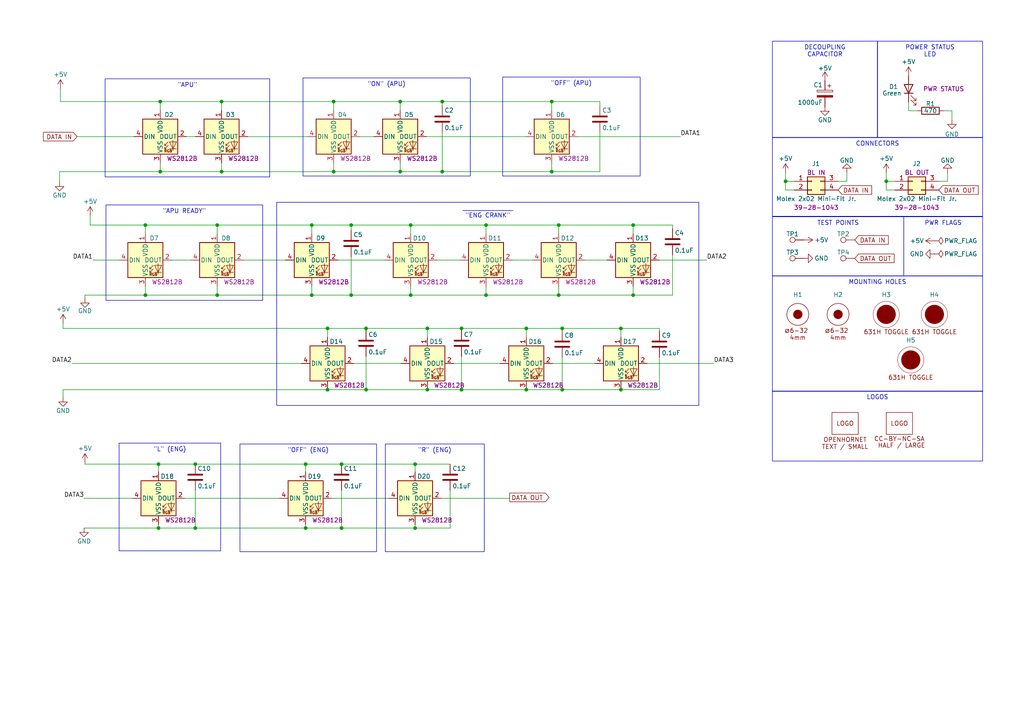
<source format=kicad_sch>
(kicad_sch (version 20230121) (generator eeschema)
  (paper "A4")
  (title_block (title "APU PANEL") (date "2023-04-12") (rev "4") (company "www.openhornet.com") (comment 1 "License:  CC BY-NC-SA") (comment 2 "Backlighting - Type A"))
  (lib_symbols
    (symbol "OH_Symbols:Capacitor_0603_0.1uF" (pin_numbers hide) (pin_names (offset 0.254))
      (property "Reference" "C" (at 0.635 2.54 0))
      (property "Value" "0.1uF" (at 0.635 -2.54 0))
      (symbol "Capacitor_0603_0.1uF_0_1"
        (polyline (pts (xy -2.032 -0.762) (xy 2.032 -0.762)) (stroke (width 0.508)))
        (polyline (pts (xy -2.032 0.762) (xy 2.032 0.762)) (stroke (width 0.508)))
      )
      (symbol "Capacitor_0603_0.1uF_1_1"
        (pin passive line (at 0 3.81 270) (length 2.794) (name "~") (number "1"))
        (pin passive line (at 0 -3.81 90) (length 2.794) (name "~") (number "2"))
      )
    )
    (symbol "OH_Symbols:Capacitor_Polarized_8x10_1000uF" (pin_numbers hide) (pin_names (offset 0.254))
      (property "Reference" "C" (at 0.635 2.54 0))
      (property "Value" "1000uF" (at 0.635 -2.54 0))
      (symbol "Capacitor_Polarized_8x10_1000uF_0_1"
        (rectangle (start -2.286 0.508) (end 2.286 1.016))
        (polyline (pts (xy -1.778 2.286) (xy -0.762 2.286)))
        (polyline (pts (xy -1.27 2.794) (xy -1.27 1.778)))
        (rectangle (start 2.286 -0.508) (end -2.286 -1.016) (fill (type outline)))
      )
      (symbol "Capacitor_Polarized_8x10_1000uF_1_1"
        (pin passive line (at 0 3.81 270) (length 2.794) (name "~") (number "1"))
        (pin passive line (at 0 -3.81 90) (length 2.794) (name "~") (number "2"))
      )
    )
    (symbol "OH_Symbols:LED_3.0mm_Green" (pin_numbers hide) (pin_names (offset 1.016) hide)
      (property "Reference" "D1" (at -4.445 -0.635 0))
      (property "Value" "Green" (at -6.35 -2.54 0))
      (property "Silkscreen" "PWR STATUS" (at 11.43 -1.27 0))
      (symbol "LED_3.0mm_Green_0_1"
        (polyline (pts (xy 1.27 0) (xy 1.27 -2.54)))
        (polyline (pts (xy 2.54 -2.54) (xy 0 -2.54)) (stroke (width 0.254)))
        (polyline (pts (xy 2.54 0) (xy 0 0) (xy 1.27 -2.54) (xy 2.54 0)) (stroke (width 0.254)))
        (polyline (pts (xy 1.905 -4.445) (xy 3.429 -5.969) (xy 3.429 -5.207) (xy 3.429 -5.969) (xy 2.667 -5.969)))
        (polyline (pts (xy 1.905 -3.175) (xy 3.429 -4.699) (xy 3.429 -3.937) (xy 3.429 -4.699) (xy 2.667 -4.699)))
      )
      (symbol "LED_3.0mm_Green_1_1"
        (pin passive line (at 1.27 -5.08 90) (length 2.54) (name "K") (number "1"))
        (pin passive line (at 1.27 2.54 270) (length 2.54) (name "A") (number "2"))
      )
    )
    (symbol "OH_Symbols:LOGO_License_Half_Large" (pin_numbers hide) (pin_names (offset 0) hide)
      (symbol "LOGO_License_Half_Large_0_0"
        (text "CC-BY-NC-SA" (at 0 3.81 0) (effects (font (size 1.27 1.27))))
      )
      (symbol "LOGO_License_Half_Large_0_1"
        (rectangle (start 3.81 5.08) (end -3.81 11.43))
      )
      (symbol "LOGO_License_Half_Large_1_0"
        (text "HALF / LARGE\n" (at 0.635 1.905 0) (effects (font (size 1.27 1.27))))
      )
      (symbol "LOGO_License_Half_Large_1_1"
        (text "LOGO" (at 0 8.255 0) (effects (font (size 1.27 1.27))))
      )
    )
    (symbol "OH_Symbols:LOGO_OpenHornet_Text_Small" (pin_numbers hide) (pin_names (offset 0) hide) (in_bom no)
      (symbol "LOGO_OpenHornet_Text_Small_0_1"
        (rectangle (start 3.81 5.08) (end -3.81 11.43))
      )
      (symbol "LOGO_OpenHornet_Text_Small_1_0"
        (text "LOGO" (at 0 8.255 0) (effects (font (size 1.27 1.27))))
        (text "OPENHORNET\nTEXT / SMALL" (at 0 2.54 0) (effects (font (size 1.27 1.27))))
      )
    )
    (symbol "OH_Symbols:Molex_2x02_Mini-Fit_Jr." (pin_names (offset 1.016) hide)
      (property "Reference" "J2" (at 0 5.08 0))
      (property "Value" "Molex 2x02 Mini-Fit Jr." (at 1.27 -5.08 0))
      (property "Manufacturer PN" "39-28-1043" (at 1.27 -7.62 0))
      (property "Silkscreen" "BL OUT" (at 1.27 2.54 0))
      (symbol "Molex_2x02_Mini-Fit_Jr._1_1"
        (rectangle (start -1.27 -2.413) (end 0 -2.667) (stroke (width 0.1524)))
        (rectangle (start -1.27 0.127) (end 0 -0.127) (stroke (width 0.1524)))
        (rectangle (start -1.27 1.27) (end 3.81 -3.81) (stroke (width 0.254)) (fill (type background)))
        (rectangle (start 3.81 -2.413) (end 2.54 -2.667) (stroke (width 0.1524)))
        (rectangle (start 3.81 0.127) (end 2.54 -0.127) (stroke (width 0.1524)))
        (pin passive line (at -5.08 0 0) (length 3.81) (name "Pin_1") (number "1"))
        (pin passive line (at -5.08 -2.54 0) (length 3.81) (name "Pin_3") (number "2"))
        (pin passive line (at 7.62 0 180) (length 3.81) (name "Pin_2") (number "3"))
        (pin passive line (at 7.62 -2.54 180) (length 3.81) (name "Pin_4") (number "4"))
      )
    )
    (symbol "OH_Symbols:MountingHole_631H_Toggle" (pin_names (offset 1.016))
      (property "Reference" "H" (at 0 5.715 0))
      (symbol "MountingHole_631H_Toggle_1_1"
        (circle (center 0 0) (radius 2.6941) (fill (type outline)))
        (circle (center 0 0) (radius 3.81) (stroke (width 0.1)))
        (text "631H TOGGLE" (at 0 -5.08 0) (effects (font (size 1.27 1.27))))
      )
    )
    (symbol "OH_Symbols:MountingHole_6x32_PHS" (pin_numbers hide) (pin_names (offset 0) hide)
      (property "Reference" "H" (at 0 5.715 0))
      (symbol "MountingHole_6x32_PHS_0_0"
        (circle (center 0 0) (radius 1.27) (fill (type outline)))
        (circle (center 0 0) (radius 3.175))
      )
      (symbol "MountingHole_6x32_PHS_1_1"
        (text "⌀6-32 \n4mm" (at 0 -5.715 0) (effects (font (size 1.27 1.27))))
      )
    )
    (symbol "OH_Symbols:Resistor_0603_470Ω" (pin_numbers hide) (pin_names (offset 0))
      (property "Reference" "R" (at 0 -2.032 0))
      (property "Value" "470" (at 0 0 0))
      (symbol "Resistor_0603_470Ω_0_1"
        (rectangle (start -2.54 1.016) (end 2.54 -1.016) (stroke (width 0.254)))
      )
      (symbol "Resistor_0603_470Ω_1_1"
        (pin passive line (at 3.81 0 180) (length 1.27) (name "~") (number "1"))
        (pin passive line (at -3.81 0 0) (length 1.27) (name "~") (number "2"))
      )
    )
    (symbol "OH_Symbols:TestPoint" (pin_numbers hide) (pin_names (offset 0.762) hide)
      (property "Reference" "TP" (at 0 6.858 0))
      (property "Value" "TestPoint" (at 0 5.08 0))
      (symbol "TestPoint_0_1"
        (circle (center 0 3.302) (radius 0.762))
      )
      (symbol "TestPoint_1_1"
        (pin passive line (at 0 0 90) (length 2.54) (name "1") (number "1"))
      )
    )
    (symbol "OH_Symbols:WS2812B" (pin_names (offset 0.254))
      (property "Reference" "D" (at 2.54 6.35 0))
      (property "Manufacturer PN" "WS2812B" (at 6.35 -6.35 0))
      (symbol "WS2812B_0_0"
        (text "RGB" (at 2.286 -4.191 0) (effects (font (size 0.762 0.762))))
      )
      (symbol "WS2812B_0_1"
        (polyline (pts (xy 1.27 -3.556) (xy 1.778 -3.556)))
        (polyline (pts (xy 1.27 -2.54) (xy 1.778 -2.54)))
        (polyline (pts (xy 4.699 -3.556) (xy 2.667 -3.556)))
        (polyline (pts (xy 2.286 -2.54) (xy 1.27 -3.556) (xy 1.27 -3.048)))
        (polyline (pts (xy 2.286 -1.524) (xy 1.27 -2.54) (xy 1.27 -2.032)))
        (polyline (pts (xy 3.683 -1.016) (xy 3.683 -3.556) (xy 3.683 -4.064)))
        (polyline (pts (xy 4.699 -1.524) (xy 2.667 -1.524) (xy 3.683 -3.556) (xy 4.699 -1.524)))
        (rectangle (start 5.08 5.08) (end -5.08 -5.08) (stroke (width 0.254)) (fill (type background)))
      )
      (symbol "WS2812B_1_1"
        (pin power_in line (at 0 7.62 270) (length 2.54) (name "VDD") (number "1"))
        (pin output line (at 7.62 0 180) (length 2.54) (name "DOUT") (number "2"))
        (pin power_in line (at 0 -7.62 90) (length 2.54) (name "VSS") (number "3"))
        (pin input line (at -7.62 0 0) (length 2.54) (name "DIN") (number "4"))
      )
    )
    (symbol "power:+5V" (power) (pin_names (offset 0))
      (property "Value" "+5V" (at 0 3.556 0))
      (symbol "+5V_0_1"
        (polyline (pts (xy -0.762 1.27) (xy 0 2.54)))
        (polyline (pts (xy 0 0) (xy 0 2.54)))
        (polyline (pts (xy 0 2.54) (xy 0.762 1.27)))
      )
      (symbol "+5V_1_1"
        (pin power_in line (at 0 0 90) (length 0) hide (name "+5V") (number "1"))
      )
    )
    (symbol "power:GND" (power) (pin_names (offset 0))
      (property "Value" "GND" (at 0 -3.81 0))
      (symbol "GND_0_1"
        (polyline (pts (xy 0 0) (xy 0 -1.27) (xy 1.27 -1.27) (xy 0 -2.54) (xy -1.27 -1.27) (xy 0 -1.27)))
      )
      (symbol "GND_1_1"
        (pin power_in line (at 0 0 270) (length 0) hide (name "GND") (number "1"))
      )
    )
    (symbol "power:PWR_FLAG" (power) (pin_numbers hide) (pin_names (offset 0) hide)
      (property "Value" "PWR_FLAG" (at 0 3.81 0))
      (symbol "PWR_FLAG_0_0"
        (pin power_out line (at 0 0 90) (length 0) (name "pwr") (number "1"))
      )
      (symbol "PWR_FLAG_0_1"
        (polyline (pts (xy 0 0) (xy 0 1.27) (xy -1.016 1.905) (xy 0 2.54) (xy 1.016 1.905) (xy 0 1.27)))
      )
    )
  )
  (junction (at 120.396 134.62))
  (junction (at 62.992 85.598))
  (junction (at 62.992 65.278))
  (junction (at 46.482 49.784))
  (junction (at 152.654 113.03))
  (junction (at 96.774 49.784))
  (junction (at 94.996 113.03))
  (junction (at 180.086 95.25))
  (junction (at 183.642 85.598))
  (junction (at 128.27 49.784))
  (junction (at 227.838 52.578))
  (junction (at 64.262 49.784))
  (junction (at 96.774 29.464))
  (junction (at 119.126 85.598))
  (junction (at 160.02 29.464))
  (junction (at 42.164 85.598))
  (junction (at 133.858 113.03))
  (junction (at 56.642 153.162))
  (junction (at 152.654 95.25))
  (junction (at 56.642 134.62))
  (junction (at 64.262 29.464))
  (junction (at 90.424 85.598))
  (junction (at 88.646 134.62))
  (junction (at 120.396 153.162))
  (junction (at 160.02 49.784))
  (junction (at 133.858 95.25))
  (junction (at 257.048 52.578))
  (junction (at 106.172 95.25))
  (junction (at 116.078 49.784))
  (junction (at 42.164 65.278))
  (junction (at 128.27 29.464))
  (junction (at 106.172 113.03))
  (junction (at 101.854 85.598))
  (junction (at 163.068 113.03))
  (junction (at 116.078 29.464))
  (junction (at 88.646 153.162))
  (junction (at 163.068 95.25))
  (junction (at 99.06 134.62))
  (junction (at 180.086 113.03))
  (junction (at 162.052 85.598))
  (junction (at 162.052 65.278))
  (junction (at 101.854 65.278))
  (junction (at 99.06 153.162))
  (junction (at 119.126 65.278))
  (junction (at 140.97 65.278))
  (junction (at 90.424 65.278))
  (junction (at 123.952 113.03))
  (junction (at 45.974 134.62))
  (junction (at 94.996 95.25))
  (junction (at 123.952 95.25))
  (junction (at 140.97 85.598))
  (junction (at 46.482 29.464))
  (junction (at 45.974 153.162))
  (junction (at 183.642 65.278))
  (wire (pts (xy 180.086 95.25) (xy 180.086 97.79)))
  (wire (pts (xy 259.588 55.118) (xy 257.048 55.118)))
  (wire (pts (xy 120.396 134.62) (xy 120.396 136.906)))
  (wire (pts (xy 133.858 113.03) (xy 152.654 113.03)))
  (wire (pts (xy 101.854 74.422) (xy 101.854 85.598)))
  (wire (pts (xy 131.572 105.41) (xy 145.034 105.41)))
  (wire (pts (xy 88.646 134.62) (xy 99.06 134.62)))
  (wire (pts (xy 24.384 153.162) (xy 45.974 153.162)))
  (wire (pts (xy 162.052 85.598) (xy 162.052 83.058)))
  (wire (pts (xy 45.974 152.146) (xy 45.974 153.162)))
  (wire (pts (xy 62.992 85.598) (xy 90.424 85.598)))
  (wire (pts (xy 17.272 52.832) (xy 17.272 49.784)))
  (wire (pts (xy 152.654 95.25) (xy 163.068 95.25)))
  (wire (pts (xy 148.59 75.438) (xy 154.432 75.438)))
  (wire (pts (xy 17.526 29.464) (xy 46.482 29.464)))
  (wire (pts (xy 119.126 65.278) (xy 140.97 65.278)))
  (wire (pts (xy 20.828 105.41) (xy 87.376 105.41)))
  (wire (pts (xy 191.262 96.012) (xy 191.262 95.25)))
  (wire (pts (xy 128.27 29.464) (xy 160.02 29.464)))
  (wire (pts (xy 152.654 95.25) (xy 152.654 97.79)))
  (wire (pts (xy 123.952 113.03) (xy 133.858 113.03)))
  (wire (pts (xy 42.164 65.278) (xy 42.164 67.818)))
  (wire (pts (xy 88.646 134.62) (xy 88.646 136.906)))
  (wire (pts (xy 96.774 49.784) (xy 96.774 47.244)))
  (wire (pts (xy 64.262 49.784) (xy 96.774 49.784)))
  (wire (pts (xy 227.838 50.038) (xy 227.838 52.578)))
  (wire (pts (xy 54.102 39.624) (xy 56.642 39.624)))
  (wire (pts (xy 64.262 29.464) (xy 64.262 32.004)))
  (wire (pts (xy 116.078 29.464) (xy 128.27 29.464)))
  (wire (pts (xy 167.64 39.624) (xy 197.358 39.624)))
  (wire (pts (xy 46.482 49.784) (xy 64.262 49.784)))
  (wire (pts (xy 160.02 29.464) (xy 160.02 32.004)))
  (wire (pts (xy 274.828 52.578) (xy 272.288 52.578)))
  (wire (pts (xy 49.784 75.438) (xy 55.372 75.438)))
  (wire (pts (xy 24.638 86.614) (xy 24.638 85.598)))
  (wire (pts (xy 120.396 153.162) (xy 99.06 153.162)))
  (wire (pts (xy 90.424 85.598) (xy 101.854 85.598)))
  (wire (pts (xy 130.556 153.162) (xy 120.396 153.162)))
  (wire (pts (xy 88.646 152.146) (xy 88.646 153.162)))
  (wire (pts (xy 119.126 65.278) (xy 119.126 67.818)))
  (wire (pts (xy 257.048 52.578) (xy 257.048 55.118)))
  (wire (pts (xy 116.078 49.784) (xy 116.078 47.244)))
  (wire (pts (xy 96.774 49.784) (xy 116.078 49.784)))
  (wire (pts (xy 183.642 67.818) (xy 183.642 65.278)))
  (wire (pts (xy 24.638 85.598) (xy 42.164 85.598)))
  (wire (pts (xy 71.882 39.624) (xy 89.154 39.624)))
  (wire (pts (xy 130.556 142.24) (xy 130.556 153.162)))
  (wire (pts (xy 274.828 50.038) (xy 274.828 52.578)))
  (wire (pts (xy 101.854 85.598) (xy 119.126 85.598)))
  (wire (pts (xy 96.774 29.464) (xy 116.078 29.464)))
  (wire (pts (xy 160.02 49.784) (xy 173.99 49.784)))
  (wire (pts (xy 133.858 95.25) (xy 152.654 95.25)))
  (wire (pts (xy 276.098 34.798) (xy 276.098 32.131)))
  (wire (pts (xy 163.068 95.25) (xy 180.086 95.25)))
  (wire (pts (xy 195.072 85.598) (xy 183.642 85.598)))
  (wire (pts (xy 140.97 65.278) (xy 162.052 65.278)))
  (wire (pts (xy 18.288 113.03) (xy 94.996 113.03)))
  (wire (pts (xy 160.02 29.464) (xy 173.99 29.464)))
  (wire (pts (xy 53.594 144.526) (xy 81.026 144.526)))
  (wire (pts (xy 119.126 85.598) (xy 119.126 83.058)))
  (wire (pts (xy 56.642 134.62) (xy 88.646 134.62)))
  (wire (pts (xy 257.048 50.038) (xy 257.048 52.578)))
  (wire (pts (xy 22.352 39.624) (xy 38.862 39.624)))
  (wire (pts (xy 152.654 113.03) (xy 163.068 113.03)))
  (wire (pts (xy 128.27 30.734) (xy 128.27 29.464)))
  (wire (pts (xy 42.164 85.598) (xy 62.992 85.598)))
  (wire (pts (xy 88.646 153.162) (xy 56.642 153.162)))
  (wire (pts (xy 128.27 38.354) (xy 128.27 49.784)))
  (wire (pts (xy 90.424 65.278) (xy 90.424 67.818)))
  (wire (pts (xy 128.27 49.784) (xy 160.02 49.784)))
  (wire (pts (xy 42.164 83.058) (xy 42.164 85.598)))
  (wire (pts (xy 245.618 50.038) (xy 245.618 52.578)))
  (wire (pts (xy 106.172 95.25) (xy 106.172 95.758)))
  (wire (pts (xy 18.288 93.726) (xy 18.288 95.25)))
  (wire (pts (xy 126.746 75.438) (xy 133.35 75.438)))
  (wire (pts (xy 112.776 144.526) (xy 96.266 144.526)))
  (wire (pts (xy 106.172 103.378) (xy 106.172 113.03)))
  (wire (pts (xy 17.526 25.654) (xy 17.526 29.464)))
  (wire (pts (xy 26.162 65.278) (xy 42.164 65.278)))
  (wire (pts (xy 169.672 75.438) (xy 176.022 75.438)))
  (wire (pts (xy 18.288 115.316) (xy 18.288 113.03)))
  (wire (pts (xy 162.052 65.278) (xy 183.642 65.278)))
  (wire (pts (xy 257.048 52.578) (xy 259.588 52.578)))
  (wire (pts (xy 106.172 95.25) (xy 123.952 95.25)))
  (wire (pts (xy 98.044 75.438) (xy 111.506 75.438)))
  (wire (pts (xy 62.992 65.278) (xy 62.992 67.818)))
  (wire (pts (xy 101.854 65.278) (xy 101.854 66.802)))
  (wire (pts (xy 133.858 103.378) (xy 133.858 113.03)))
  (wire (pts (xy 94.996 95.25) (xy 94.996 97.79)))
  (wire (pts (xy 102.616 105.41) (xy 116.332 105.41)))
  (wire (pts (xy 195.072 73.914) (xy 195.072 85.598)))
  (wire (pts (xy 26.162 62.484) (xy 26.162 65.278)))
  (wire (pts (xy 183.642 83.058) (xy 183.642 85.598)))
  (wire (pts (xy 243.078 52.578) (xy 245.618 52.578)))
  (wire (pts (xy 99.06 142.24) (xy 99.06 153.162)))
  (wire (pts (xy 187.706 105.41) (xy 207.01 105.41)))
  (wire (pts (xy 99.06 134.62) (xy 120.396 134.62)))
  (wire (pts (xy 96.774 29.464) (xy 96.774 32.004)))
  (wire (pts (xy 230.378 55.118) (xy 227.838 55.118)))
  (wire (pts (xy 160.274 105.41) (xy 172.466 105.41)))
  (wire (pts (xy 227.838 52.578) (xy 230.378 52.578)))
  (wire (pts (xy 70.612 75.438) (xy 82.804 75.438)))
  (wire (pts (xy 183.642 65.278) (xy 195.072 65.278)))
  (wire (pts (xy 106.172 113.03) (xy 123.952 113.03)))
  (wire (pts (xy 266.065 32.131) (xy 263.525 32.131)))
  (wire (pts (xy 163.068 113.03) (xy 180.086 113.03)))
  (wire (pts (xy 273.685 32.131) (xy 276.098 32.131)))
  (wire (pts (xy 147.828 144.526) (xy 147.828 144.272)))
  (wire (pts (xy 191.262 95.25) (xy 180.086 95.25)))
  (wire (pts (xy 263.525 29.591) (xy 263.525 32.131)))
  (wire (pts (xy 120.396 134.62) (xy 130.556 134.62)))
  (wire (pts (xy 94.996 95.25) (xy 106.172 95.25)))
  (wire (pts (xy 56.642 142.24) (xy 56.642 153.162)))
  (wire (pts (xy 123.952 95.25) (xy 133.858 95.25)))
  (wire (pts (xy 62.992 85.598) (xy 62.992 83.058)))
  (wire (pts (xy 195.072 66.294) (xy 195.072 65.278)))
  (wire (pts (xy 123.698 39.624) (xy 152.4 39.624)))
  (wire (pts (xy 227.838 52.578) (xy 227.838 55.118)))
  (wire (pts (xy 17.272 49.784) (xy 46.482 49.784)))
  (wire (pts (xy 116.078 49.784) (xy 128.27 49.784)))
  (wire (pts (xy 26.924 75.438) (xy 34.544 75.438)))
  (wire (pts (xy 42.164 65.278) (xy 62.992 65.278)))
  (wire (pts (xy 119.126 85.598) (xy 140.97 85.598)))
  (wire (pts (xy 163.068 103.632) (xy 163.068 113.03)))
  (wire (pts (xy 45.974 134.62) (xy 56.642 134.62)))
  (wire (pts (xy 116.078 29.464) (xy 116.078 32.004)))
  (wire (pts (xy 140.97 85.598) (xy 162.052 85.598)))
  (wire (pts (xy 46.482 49.784) (xy 46.482 47.244)))
  (wire (pts (xy 123.952 95.25) (xy 123.952 97.79)))
  (wire (pts (xy 140.97 65.278) (xy 140.97 67.818)))
  (wire (pts (xy 120.396 152.146) (xy 120.396 153.162)))
  (wire (pts (xy 64.262 49.784) (xy 64.262 47.244)))
  (wire (pts (xy 45.974 134.62) (xy 45.974 136.906)))
  (wire (pts (xy 163.068 95.25) (xy 163.068 96.012)))
  (wire (pts (xy 162.052 65.278) (xy 162.052 67.818)))
  (wire (pts (xy 24.384 144.526) (xy 38.354 144.526)))
  (wire (pts (xy 101.854 65.278) (xy 119.126 65.278)))
  (wire (pts (xy 56.642 153.162) (xy 45.974 153.162)))
  (wire (pts (xy 173.99 38.354) (xy 173.99 49.784)))
  (wire (pts (xy 104.394 39.624) (xy 108.458 39.624)))
  (wire (pts (xy 46.482 29.464) (xy 64.262 29.464)))
  (wire (pts (xy 133.858 95.25) (xy 133.858 95.758)))
  (wire (pts (xy 99.06 153.162) (xy 88.646 153.162)))
  (wire (pts (xy 191.262 113.03) (xy 180.086 113.03)))
  (wire (pts (xy 128.016 144.526) (xy 147.828 144.526)))
  (wire (pts (xy 24.638 134.62) (xy 45.974 134.62)))
  (wire (pts (xy 18.288 95.25) (xy 94.996 95.25)))
  (wire (pts (xy 90.424 65.278) (xy 101.854 65.278)))
  (wire (pts (xy 24.638 134.62) (xy 24.638 134.112)))
  (wire (pts (xy 160.02 49.784) (xy 160.02 47.244)))
  (wire (pts (xy 191.262 75.438) (xy 204.978 75.438)))
  (wire (pts (xy 94.996 113.03) (xy 106.172 113.03)))
  (wire (pts (xy 140.97 85.598) (xy 140.97 83.058)))
  (wire (pts (xy 191.262 103.632) (xy 191.262 113.03)))
  (wire (pts (xy 62.992 65.278) (xy 90.424 65.278)))
  (wire (pts (xy 46.482 29.464) (xy 46.482 32.004)))
  (wire (pts (xy 183.642 85.598) (xy 162.052 85.598)))
  (wire (pts (xy 90.424 85.598) (xy 90.424 83.058)))
  (wire (pts (xy 64.262 29.464) (xy 96.774 29.464)))
  (wire (pts (xy 173.99 29.464) (xy 173.99 30.734)))
  (text_box "CONNECTORS" (at 224.028 39.878 0) (size 60.96 22.86) (effects (font (size 1.27 1.27)) (justify top)))
  (text_box "\"OFF\" (APU)\n" (at 145.796 22.352 0) (size 39.878 28.702) (effects (font (size 1.27 1.27)) (justify top)))
  (text_box "\"R\" (ENG)" (at 111.76 128.778 0) (size 28.702 31.242) (effects (font (size 1.27 1.27)) (justify top)))
  (text_box "LOGOS" (at 224.028 113.411 0) (size 60.96 20.32) (effects (font (size 1.27 1.27)) (justify top)))
  (text_box "\"OFF\" (ENG)" (at 69.596 128.778 0) (size 39.624 31.242) (effects (font (size 1.27 1.27)) (justify top)))
  (text_box "\"L\" (ENG)" (at 34.544 128.524 0) (size 29.464 31.242) (effects (font (size 1.27 1.27)) (justify top)))
  (text_box "\"APU READY\"" (at 30.734 59.436 0) (size 45.466 27.686) (effects (font (size 1.27 1.27)) (justify top)))
  (text_box "POWER STATUS\nLED" (at 254.508 11.938 0) (size 30.48 27.94) (effects (font (size 1.27 1.27)) (justify top)))
  (text_box "DECOUPLING\nCAPACITOR" (at 224.028 11.938 0) (size 30.48 27.94) (effects (font (size 1.27 1.27)) (justify top)))
  (text_box "_______________\n\"ENG CRANK\"" (at 80.264 58.674 0) (size 122.428 58.928) (effects (font (size 1.27 1.27)) (justify top)))
  (text_box "TEST POINTS" (at 224.028 62.865 0) (size 38.1 17.145) (effects (font (size 1.27 1.27)) (justify top)))
  (text_box "\"ON\" (APU)" (at 87.884 22.606 0) (size 48.514 28.448) (effects (font (size 1.27 1.27)) (justify top)))
  (text_box "\"APU\"" (at 30.48 22.86 0) (size 47.752 28.448) (effects (font (size 1.27 1.27)) (justify top)))
  (text_box "MOUNTING HOLES" (at 224.028 80.01 0) (size 60.96 33.528) (effects (font (size 1.27 1.27)) (justify top)))
  (text_box "PWR FLAGS" (at 262.128 62.865 0) (size 22.86 17.145) (effects (font (size 1.27 1.27)) (justify top)))
  (label "DATA3" (at 24.384 144.526 180))
  (label "DATA2" (at 20.828 105.41 180))
  (label "DATA2" (at 204.978 75.438 0))
  (label "DATA3" (at 207.01 105.41 0))
  (label "DATA1" (at 197.358 39.624 0))
  (label "DATA1" (at 26.924 75.438 180))
  (global_label "DATA OUT" (shape output) (at 147.828 144.272 0) (property "Intersheetrefs" "${INTERSHEET_REFS}" (effects hide)))
  (global_label "DATA OUT" (shape input) (at 272.288 55.118 0) (property "Intersheetrefs" "${INTERSHEET_REFS}" (effects hide)))
  (global_label "DATA IN" (shape input) (at 243.078 55.118 0) (property "Intersheetrefs" "${INTERSHEET_REFS}" (effects hide)))
  (global_label "DATA IN" (shape input) (at 247.904 69.596 0) (property "Intersheetrefs" "${INTERSHEET_REFS}" (effects hide)))
  (global_label "DATA IN" (shape input) (at 22.352 39.624 180) (property "Intersheetrefs" "${INTERSHEET_REFS}" (effects hide)))
  (global_label "DATA OUT" (shape input) (at 247.904 74.93 0) (property "Intersheetrefs" "${INTERSHEET_REFS}" (effects hide)))
  (symbol (lib_id "OH_Symbols:Capacitor_0603_0.1uF") (at 163.068 99.822 0) (unit 1)
    (property "Reference" "C8" (at 163.703 97.282 0) (effects (justify left)))
    (property "Value" "0.1uF" (at 163.703 102.362 0) (effects (justify left)))
    (property "Footprint" "OH_Footprints:C_0603_1608Metric" (effects hide))
    (property "Datasheet" "https://datasheet.lcsc.com/szlcsc/YAGEO-CC0603KRX7R9BB104_C14663.pdf" (effects hide))
    (property "LCSC" "C14663" (effects hide))
    (property "Manufacturer PN" "CC0603KRX7R9BB104" (effects hide))
  )
  (symbol (lib_id "OH_Symbols:Capacitor_0603_0.1uF") (at 191.262 99.822 0) (unit 1)
    (property "Reference" "C9" (at 191.897 97.282 0) (effects (justify left)))
    (property "Value" "0.1uF" (at 191.897 102.362 0) (effects (justify left)))
    (property "Footprint" "OH_Footprints:C_0603_1608Metric" (effects hide))
    (property "Datasheet" "https://datasheet.lcsc.com/szlcsc/YAGEO-CC0603KRX7R9BB104_C14663.pdf" (effects hide))
    (property "LCSC" "C14663" (effects hide))
    (property "Manufacturer PN" "CC0603KRX7R9BB104" (effects hide))
  )
  (symbol (lib_id "OH_Symbols:Capacitor_0603_0.1uF") (at 101.854 70.612 0) (unit 1)
    (property "Reference" "C5" (at 102.489 68.072 0) (effects (justify left)))
    (property "Value" "0.1uF" (at 102.489 73.152 0) (effects (justify left)))
    (property "Footprint" "OH_Footprints:C_0603_1608Metric" (effects hide))
    (property "Datasheet" "https://datasheet.lcsc.com/szlcsc/YAGEO-CC0603KRX7R9BB104_C14663.pdf" (effects hide))
    (property "LCSC" "C14663" (effects hide))
    (property "Manufacturer PN" "CC0603KRX7R9BB104" (effects hide))
  )
  (symbol (lib_id "OH_Symbols:Capacitor_0603_0.1uF") (at 195.072 70.104 0) (unit 1)
    (property "Reference" "C4" (at 195.707 67.564 0) (effects (justify left)))
    (property "Value" "0.1uF" (at 195.707 72.644 0) (effects (justify left)))
    (property "Footprint" "OH_Footprints:C_0603_1608Metric" (effects hide))
    (property "Datasheet" "https://datasheet.lcsc.com/szlcsc/YAGEO-CC0603KRX7R9BB104_C14663.pdf" (effects hide))
    (property "LCSC" "C14663" (effects hide))
    (property "Manufacturer PN" "CC0603KRX7R9BB104" (effects hide))
  )
  (symbol (lib_id "OH_Symbols:Capacitor_0603_0.1uF") (at 173.99 34.544 0) (unit 1)
    (property "Reference" "C3" (at 174.625 32.004 0) (effects (justify left)))
    (property "Value" "0.1uF" (at 174.625 37.084 0) (effects (justify left)))
    (property "Footprint" "OH_Footprints:C_0603_1608Metric" (effects hide))
    (property "Datasheet" "https://datasheet.lcsc.com/szlcsc/YAGEO-CC0603KRX7R9BB104_C14663.pdf" (effects hide))
    (property "LCSC" "C14663" (effects hide))
    (property "Manufacturer PN" "CC0603KRX7R9BB104" (effects hide))
  )
  (symbol (lib_id "OH_Symbols:MountingHole_6x32_PHS") (at 231.394 91.186 0) (unit 1)
    (property "Reference" "H1" (at 231.394 85.471 0))
    (property "Value" "6x32 / 4mm" (effects hide))
    (property "Footprint" "OH_Footprints:MountingHole_6-32_PHS" (effects hide))
  )
  (symbol (lib_id "OH_Symbols:WS2812B") (at 62.992 75.438 0) (unit 1)
    (property "Reference" "D8" (at 65.532 69.088 0))
    (property "Value" "RGB" (effects hide))
    (property "Footprint" "OH_Footprints:LED_WS2812B_PLCC4_5.0x5.0mm_P3.2mm" (effects hide))
    (property "Datasheet" "https://datasheet.lcsc.com/lcsc/2006151006_Worldsemi-WS2812B-B-W_C114586.pdf" (effects hide))
    (property "Manufacturer PN" "WS2812B" (at 69.342 81.788 0))
    (property "LCSC" "C2761795" (effects hide))
  )
  (symbol (lib_id "power:+5V") (at 17.526 25.654 0) (unit 1)
    (property "Reference" "#PWR05" (effects hide))
    (property "Value" "+5V" (at 17.526 21.59 0))
  )
  (symbol (lib_id "OH_Symbols:LOGO_OpenHornet_Text_Small") (at 245.11 131.064 0) (unit 1) (in_bom no)
    (property "Reference" "LOGO1" (effects hide))
    (property "Value" "LOGO" (effects hide))
    (property "Footprint" "OH_Footprints:LOGO_OH_Text_Small" (effects hide))
    (property "Datasheet" "https://www.openhornet.com" (effects hide))
  )
  (symbol (lib_id "OH_Symbols:WS2812B") (at 162.052 75.438 0) (unit 1)
    (property "Reference" "D12" (at 164.592 69.088 0))
    (property "Value" "RGB" (effects hide))
    (property "Footprint" "OH_Footprints:LED_WS2812B_PLCC4_5.0x5.0mm_P3.2mm" (effects hide))
    (property "Datasheet" "https://datasheet.lcsc.com/lcsc/2006151006_Worldsemi-WS2812B-B-W_C114586.pdf" (effects hide))
    (property "Manufacturer PN" "WS2812B" (at 168.402 81.788 0))
    (property "LCSC" "C2761795" (effects hide))
  )
  (symbol (lib_id "OH_Symbols:WS2812B") (at 46.482 39.624 0) (unit 1)
    (property "Reference" "D2" (at 49.022 33.274 0))
    (property "Value" "RGB" (effects hide))
    (property "Footprint" "OH_Footprints:LED_WS2812B_PLCC4_5.0x5.0mm_P3.2mm" (effects hide))
    (property "Datasheet" "https://datasheet.lcsc.com/lcsc/2006151006_Worldsemi-WS2812B-B-W_C114586.pdf" (effects hide))
    (property "Manufacturer PN" "WS2812B" (at 52.832 45.974 0))
    (property "LCSC" "C2761795" (effects hide))
  )
  (symbol (lib_id "OH_Symbols:WS2812B") (at 180.086 105.41 0) (unit 1)
    (property "Reference" "D17" (at 182.626 99.06 0))
    (property "Value" "RGB" (effects hide))
    (property "Footprint" "OH_Footprints:LED_WS2812B_PLCC4_5.0x5.0mm_P3.2mm" (effects hide))
    (property "Datasheet" "https://datasheet.lcsc.com/lcsc/2006151006_Worldsemi-WS2812B-B-W_C114586.pdf" (effects hide))
    (property "Manufacturer PN" "WS2812B" (at 186.436 111.76 0))
    (property "LCSC" "C2761795" (effects hide))
  )
  (symbol (lib_id "OH_Symbols:MountingHole_631H_Toggle") (at 257.048 91.186 0) (unit 1)
    (property "Reference" "H3" (at 257.048 85.471 0))
    (property "Value" "MountingHole_631H_Toggle" (effects hide))
    (property "Footprint" "OH_Footprints:631H_Toggle_13mm_x_13mm" (effects hide))
  )
  (symbol (lib_id "OH_Symbols:Capacitor_0603_0.1uF") (at 106.172 99.568 0) (unit 1)
    (property "Reference" "C6" (at 106.807 97.028 0) (effects (justify left)))
    (property "Value" "0.1uF" (at 106.807 102.108 0) (effects (justify left)))
    (property "Footprint" "OH_Footprints:C_0603_1608Metric" (effects hide))
    (property "Datasheet" "https://datasheet.lcsc.com/szlcsc/YAGEO-CC0603KRX7R9BB104_C14663.pdf" (effects hide))
    (property "LCSC" "C14663" (effects hide))
    (property "Manufacturer PN" "CC0603KRX7R9BB104" (effects hide))
  )
  (symbol (lib_id "OH_Symbols:Capacitor_0603_0.1uF") (at 128.27 34.544 0) (unit 1)
    (property "Reference" "C2" (at 128.905 32.004 0) (effects (justify left)))
    (property "Value" "0.1uF" (at 128.905 37.084 0) (effects (justify left)))
    (property "Footprint" "OH_Footprints:C_0603_1608Metric" (effects hide))
    (property "Datasheet" "https://datasheet.lcsc.com/szlcsc/YAGEO-CC0603KRX7R9BB104_C14663.pdf" (effects hide))
    (property "LCSC" "C14663" (effects hide))
    (property "Manufacturer PN" "CC0603KRX7R9BB104" (effects hide))
  )
  (symbol (lib_id "OH_Symbols:WS2812B") (at 160.02 39.624 0) (unit 1)
    (property "Reference" "D6" (at 162.56 33.274 0))
    (property "Value" "RGB" (effects hide))
    (property "Footprint" "OH_Footprints:LED_WS2812B_PLCC4_5.0x5.0mm_P3.2mm" (effects hide))
    (property "Datasheet" "https://datasheet.lcsc.com/lcsc/2006151006_Worldsemi-WS2812B-B-W_C114586.pdf" (effects hide))
    (property "Manufacturer PN" "WS2812B" (at 166.37 45.974 0))
    (property "LCSC" "C2761795" (effects hide))
  )
  (symbol (lib_id "power:GND") (at 18.288 115.316 0) (unit 1)
    (property "Reference" "#PWR018" (effects hide))
    (property "Value" "GND" (at 18.288 119.126 0))
  )
  (symbol (lib_id "power:+5V") (at 271.018 69.85 90) (unit 1)
    (property "Reference" "#PWR011" (effects hide))
    (property "Value" "+5V" (at 265.938 69.85 90))
  )
  (symbol (lib_id "power:GND") (at 24.384 153.162 0) (unit 1)
    (property "Reference" "#PWR020" (effects hide))
    (property "Value" "GND" (at 24.384 156.972 0))
  )
  (symbol (lib_id "OH_Symbols:WS2812B") (at 90.424 75.438 0) (unit 1)
    (property "Reference" "D9" (at 92.964 69.088 0))
    (property "Value" "RGB" (effects hide))
    (property "Footprint" "OH_Footprints:LED_WS2812B_PLCC4_5.0x5.0mm_P3.2mm" (effects hide))
    (property "Datasheet" "https://datasheet.lcsc.com/lcsc/2006151006_Worldsemi-WS2812B-B-W_C114586.pdf" (effects hide))
    (property "Manufacturer PN" "WS2812B" (at 96.774 81.788 0))
    (property "LCSC" "C2761795" (effects hide))
  )
  (symbol (lib_id "OH_Symbols:WS2812B") (at 152.654 105.41 0) (unit 1)
    (property "Reference" "D16" (at 155.194 99.06 0))
    (property "Value" "RGB" (effects hide))
    (property "Footprint" "OH_Footprints:LED_WS2812B_PLCC4_5.0x5.0mm_P3.2mm" (effects hide))
    (property "Datasheet" "https://datasheet.lcsc.com/lcsc/2006151006_Worldsemi-WS2812B-B-W_C114586.pdf" (effects hide))
    (property "Manufacturer PN" "WS2812B" (at 159.004 111.76 0))
    (property "LCSC" "C2761795" (effects hide))
  )
  (symbol (lib_id "power:PWR_FLAG") (at 271.018 73.66 270) (unit 1)
    (property "Reference" "#FLG02" (effects hide))
    (property "Value" "PWR_FLAG" (at 278.638 73.66 90))
  )
  (symbol (lib_id "power:GND") (at 17.272 52.832 0) (unit 1)
    (property "Reference" "#PWR012" (effects hide))
    (property "Value" "GND" (at 17.272 56.642 0))
  )
  (symbol (lib_id "OH_Symbols:MountingHole_631H_Toggle") (at 271.018 91.186 0) (unit 1)
    (property "Reference" "H4" (at 271.018 85.471 0))
    (property "Value" "MountingHole_631H_Toggle" (effects hide))
    (property "Footprint" "OH_Footprints:631H_Toggle_13mm_x_13mm" (effects hide))
  )
  (symbol (lib_id "OH_Symbols:WS2812B") (at 45.974 144.526 0) (unit 1)
    (property "Reference" "D18" (at 48.514 138.176 0))
    (property "Value" "RGB" (effects hide))
    (property "Footprint" "OH_Footprints:LED_WS2812B_PLCC4_5.0x5.0mm_P3.2mm" (effects hide))
    (property "Datasheet" "https://datasheet.lcsc.com/lcsc/2006151006_Worldsemi-WS2812B-B-W_C114586.pdf" (effects hide))
    (property "Manufacturer PN" "WS2812B" (at 52.324 150.876 0))
    (property "LCSC" "C2761795" (effects hide))
  )
  (symbol (lib_id "OH_Symbols:WS2812B") (at 64.262 39.624 0) (unit 1)
    (property "Reference" "D3" (at 66.802 33.274 0))
    (property "Value" "RGB" (effects hide))
    (property "Footprint" "OH_Footprints:LED_WS2812B_PLCC4_5.0x5.0mm_P3.2mm" (effects hide))
    (property "Datasheet" "https://datasheet.lcsc.com/lcsc/2006151006_Worldsemi-WS2812B-B-W_C114586.pdf" (effects hide))
    (property "Manufacturer PN" "WS2812B" (at 70.612 45.974 0))
    (property "LCSC" "C2761795" (effects hide))
  )
  (symbol (lib_id "OH_Symbols:Resistor_0603_470Ω") (at 269.875 32.131 180) (unit 1)
    (property "Reference" "R1" (at 269.875 30.099 0))
    (property "Value" "470" (at 269.875 32.131 0))
    (property "Footprint" "OH_Footprints:R_0603_1608Metric" (effects hide))
    (property "Datasheet" "https://datasheet.lcsc.com/szlcsc/1811081712_UNI-ROYAL-Uniroyal-Elec-0603WAF4700T5E_C23179.pdf" (effects hide))
    (property "LCSC" "C23179" (effects hide))
    (property "Manufacturer PN" "0603WAF4700T5E" (effects hide))
  )
  (symbol (lib_id "OH_Symbols:Molex_2x02_Mini-Fit_Jr.") (at 235.458 52.578 0) (unit 1)
    (property "Reference" "J1" (at 235.458 47.498 0) (effects (justify left)))
    (property "Value" "Molex 2x02 Mini-Fit Jr." (at 236.728 57.658 0))
    (property "Footprint" "OH_Footprints:Molex_Mini-Fit_Jr_5566-04A_2x02_P4.20mm_Vertical" (effects hide))
    (property "Datasheet" "https://www.molex.com/molex/search/partSearch?query=39281043&pQuery=" (effects hide))
    (property "LCSC" "C293502" (effects hide))
    (property "Manufacturer PN" "39-28-1043" (at 236.728 60.198 0))
    (property "Silkscreen" "BL IN" (at 236.728 50.038 0))
  )
  (symbol (lib_id "OH_Symbols:Molex_2x02_Mini-Fit_Jr.") (at 264.668 52.578 0) (unit 1)
    (property "Reference" "J2" (at 264.668 47.498 0) (effects (justify left)))
    (property "Value" "Molex 2x02 Mini-Fit Jr." (at 265.938 57.658 0))
    (property "Footprint" "OH_Footprints:Molex_Mini-Fit_Jr_5566-04A_2x02_P4.20mm_Vertical" (effects hide))
    (property "Datasheet" "https://www.molex.com/molex/search/partSearch?query=39281043&pQuery=" (effects hide))
    (property "LCSC" "C293502" (effects hide))
    (property "Manufacturer PN" "39-28-1043" (at 265.938 60.198 0))
    (property "Silkscreen" "BL OUT" (at 265.938 50.038 0))
  )
  (symbol (lib_id "power:GND") (at 239.268 30.988 0) (unit 1)
    (property "Reference" "#PWR03" (effects hide))
    (property "Value" "GND" (at 239.268 34.798 0))
  )
  (symbol (lib_id "OH_Symbols:WS2812B") (at 123.952 105.41 0) (unit 1)
    (property "Reference" "D15" (at 126.492 99.06 0))
    (property "Value" "RGB" (effects hide))
    (property "Footprint" "OH_Footprints:LED_WS2812B_PLCC4_5.0x5.0mm_P3.2mm" (effects hide))
    (property "Datasheet" "https://datasheet.lcsc.com/lcsc/2006151006_Worldsemi-WS2812B-B-W_C114586.pdf" (effects hide))
    (property "Manufacturer PN" "WS2812B" (at 130.302 111.76 0))
    (property "LCSC" "C2761795" (effects hide))
  )
  (symbol (lib_id "OH_Symbols:TestPoint") (at 247.904 69.596 90) (unit 1)
    (property "Reference" "TP2" (at 244.602 67.8721 90))
    (property "Value" "TestPoint" (effects hide))
    (property "Footprint" "OH_Footprints:TestPoint_THTPad_D1.5mm_Drill0.7mm" (effects hide))
  )
  (symbol (lib_id "OH_Symbols:WS2812B") (at 120.396 144.526 0) (unit 1)
    (property "Reference" "D20" (at 122.936 138.176 0))
    (property "Value" "RGB" (effects hide))
    (property "Footprint" "OH_Footprints:LED_WS2812B_PLCC4_5.0x5.0mm_P3.2mm" (effects hide))
    (property "Datasheet" "https://datasheet.lcsc.com/lcsc/2006151006_Worldsemi-WS2812B-B-W_C114586.pdf" (effects hide))
    (property "Manufacturer PN" "WS2812B" (at 126.746 150.876 0))
    (property "LCSC" "C2761795" (effects hide))
  )
  (symbol (lib_id "OH_Symbols:MountingHole_6x32_PHS") (at 243.078 91.186 0) (unit 1)
    (property "Reference" "H2" (at 243.078 85.471 0))
    (property "Value" "6x32 / 4mm" (effects hide))
    (property "Footprint" "OH_Footprints:MountingHole_6-32_PHS" (effects hide))
  )
  (symbol (lib_id "OH_Symbols:WS2812B") (at 140.97 75.438 0) (unit 1)
    (property "Reference" "D11" (at 143.51 69.088 0))
    (property "Value" "RGB" (effects hide))
    (property "Footprint" "OH_Footprints:LED_WS2812B_PLCC4_5.0x5.0mm_P3.2mm" (effects hide))
    (property "Datasheet" "https://datasheet.lcsc.com/lcsc/2006151006_Worldsemi-WS2812B-B-W_C114586.pdf" (effects hide))
    (property "Manufacturer PN" "WS2812B" (at 147.32 81.788 0))
    (property "LCSC" "C2761795" (effects hide))
  )
  (symbol (lib_id "OH_Symbols:TestPoint") (at 233.172 74.93 90) (unit 1)
    (property "Reference" "TP3" (at 229.87 73.2061 90))
    (property "Value" "TestPoint" (effects hide))
    (property "Footprint" "OH_Footprints:TestPoint_THTPad_D1.5mm_Drill0.7mm" (effects hide))
  )
  (symbol (lib_id "OH_Symbols:WS2812B") (at 116.078 39.624 0) (unit 1)
    (property "Reference" "D5" (at 118.618 33.274 0))
    (property "Value" "RGB" (effects hide))
    (property "Footprint" "OH_Footprints:LED_WS2812B_PLCC4_5.0x5.0mm_P3.2mm" (effects hide))
    (property "Datasheet" "https://datasheet.lcsc.com/lcsc/2006151006_Worldsemi-WS2812B-B-W_C114586.pdf" (effects hide))
    (property "Manufacturer PN" "WS2812B" (at 122.428 45.974 0))
    (property "LCSC" "C2761795" (effects hide))
  )
  (symbol (lib_id "power:+5V") (at 233.172 69.596 270) (unit 1)
    (property "Reference" "#PWR010" (effects hide))
    (property "Value" "+5V" (at 238.252 69.596 90))
  )
  (symbol (lib_id "power:+5V") (at 24.638 134.112 0) (unit 1)
    (property "Reference" "#PWR019" (effects hide))
    (property "Value" "+5V" (at 24.638 130.048 0))
  )
  (symbol (lib_id "OH_Symbols:WS2812B") (at 183.642 75.438 0) (unit 1)
    (property "Reference" "D13" (at 186.182 69.088 0))
    (property "Value" "RGB" (effects hide))
    (property "Footprint" "OH_Footprints:LED_WS2812B_PLCC4_5.0x5.0mm_P3.2mm" (effects hide))
    (property "Datasheet" "https://datasheet.lcsc.com/lcsc/2006151006_Worldsemi-WS2812B-B-W_C114586.pdf" (effects hide))
    (property "Manufacturer PN" "WS2812B" (at 189.992 81.788 0))
    (property "LCSC" "C2761795" (effects hide))
  )
  (symbol (lib_id "OH_Symbols:Capacitor_Polarized_8x10_1000uF") (at 239.268 27.178 0) (mirror y) (unit 1)
    (property "Reference" "C1" (at 238.633 24.638 0) (effects (justify left)))
    (property "Value" "1000uF" (at 238.633 29.718 0) (effects (justify left)))
    (property "Footprint" "OH_Footprints:CP_Elec_8x10" (effects hide))
    (property "Datasheet" "https://www.mouser.com/datasheet/2/293/e_uwt-1847810.pdf" (effects hide))
    (property "LCSC" "C445083" (effects hide))
    (property "Manufacturer PN" "UWT0J102MNL1GS" (effects hide))
  )
  (symbol (lib_id "power:GND") (at 24.638 86.614 0) (unit 1)
    (property "Reference" "#PWR016" (effects hide))
    (property "Value" "GND" (at 24.638 90.17 0))
  )
  (symbol (lib_id "power:+5V") (at 239.268 23.368 0) (unit 1)
    (property "Reference" "#PWR02" (effects hide))
    (property "Value" "+5V" (at 239.268 19.812 0))
  )
  (symbol (lib_id "OH_Symbols:TestPoint") (at 247.904 74.93 90) (unit 1)
    (property "Reference" "TP4" (at 244.602 73.2061 90))
    (property "Value" "TestPoint" (effects hide))
    (property "Footprint" "OH_Footprints:TestPoint_THTPad_D1.5mm_Drill0.7mm" (effects hide))
  )
  (symbol (lib_id "power:GND") (at 276.098 34.798 0) (unit 1)
    (property "Reference" "#PWR04" (effects hide))
    (property "Value" "GND" (at 276.098 38.9335 0))
  )
  (symbol (lib_id "power:PWR_FLAG") (at 271.018 69.85 270) (unit 1)
    (property "Reference" "#FLG01" (effects hide))
    (property "Value" "PWR_FLAG" (at 278.638 69.85 90))
  )
  (symbol (lib_id "OH_Symbols:Capacitor_0603_0.1uF") (at 133.858 99.568 0) (unit 1)
    (property "Reference" "C7" (at 134.493 97.028 0) (effects (justify left)))
    (property "Value" "0.1uF" (at 134.493 102.108 0) (effects (justify left)))
    (property "Footprint" "OH_Footprints:C_0603_1608Metric" (effects hide))
    (property "Datasheet" "https://datasheet.lcsc.com/szlcsc/YAGEO-CC0603KRX7R9BB104_C14663.pdf" (effects hide))
    (property "LCSC" "C14663" (effects hide))
    (property "Manufacturer PN" "CC0603KRX7R9BB104" (effects hide))
  )
  (symbol (lib_id "power:GND") (at 271.018 73.66 270) (unit 1)
    (property "Reference" "#PWR013" (effects hide))
    (property "Value" "GND" (at 265.938 73.66 90))
  )
  (symbol (lib_id "OH_Symbols:MountingHole_631H_Toggle") (at 264.16 104.394 0) (unit 1)
    (property "Reference" "H5" (at 264.16 98.679 0))
    (property "Value" "MountingHole_631H_Toggle" (effects hide))
    (property "Footprint" "OH_Footprints:631H_Toggle_13mm_x_13mm" (effects hide))
  )
  (symbol (lib_id "OH_Symbols:WS2812B") (at 94.996 105.41 0) (unit 1)
    (property "Reference" "D14" (at 97.536 99.06 0))
    (property "Value" "RGB" (effects hide))
    (property "Footprint" "OH_Footprints:LED_WS2812B_PLCC4_5.0x5.0mm_P3.2mm" (effects hide))
    (property "Datasheet" "https://datasheet.lcsc.com/lcsc/2006151006_Worldsemi-WS2812B-B-W_C114586.pdf" (effects hide))
    (property "Manufacturer PN" "WS2812B" (at 101.346 111.76 0))
    (property "LCSC" "C2761795" (effects hide))
  )
  (symbol (lib_id "OH_Symbols:WS2812B") (at 119.126 75.438 0) (unit 1)
    (property "Reference" "D10" (at 121.666 69.088 0))
    (property "Value" "RGB" (effects hide))
    (property "Footprint" "OH_Footprints:LED_WS2812B_PLCC4_5.0x5.0mm_P3.2mm" (effects hide))
    (property "Datasheet" "https://datasheet.lcsc.com/lcsc/2006151006_Worldsemi-WS2812B-B-W_C114586.pdf" (effects hide))
    (property "Manufacturer PN" "WS2812B" (at 125.476 81.788 0))
    (property "LCSC" "C2761795" (effects hide))
  )
  (symbol (lib_id "power:GND") (at 274.828 50.038 180) (unit 1)
    (property "Reference" "#PWR09" (effects hide))
    (property "Value" "GND" (at 274.828 46.5361 0))
  )
  (symbol (lib_id "power:+5V") (at 26.162 62.484 0) (unit 1)
    (property "Reference" "#PWR015" (effects hide))
    (property "Value" "+5V" (at 26.162 58.42 0))
  )
  (symbol (lib_id "OH_Symbols:LED_3.0mm_Green") (at 262.255 24.511 0) (unit 1)
    (property "Reference" "D1" (at 257.81 25.146 0) (effects (justify left)))
    (property "Value" "Green" (at 255.905 27.051 0) (effects (justify left)))
    (property "Footprint" "OH_Footprints:LED_D3.0mm" (effects hide))
    (property "Silkscreen" "PWR STATUS" (at 273.685 25.781 0))
  )
  (symbol (lib_id "OH_Symbols:Capacitor_0603_0.1uF") (at 99.06 138.43 0) (unit 1)
    (property "Reference" "C11" (at 99.695 135.89 0) (effects (justify left)))
    (property "Value" "0.1uF" (at 99.695 140.97 0) (effects (justify left)))
    (property "Footprint" "OH_Footprints:C_0603_1608Metric" (effects hide))
    (property "Datasheet" "https://datasheet.lcsc.com/szlcsc/YAGEO-CC0603KRX7R9BB104_C14663.pdf" (effects hide))
    (property "LCSC" "C14663" (effects hide))
    (property "Manufacturer PN" "CC0603KRX7R9BB104" (effects hide))
  )
  (symbol (lib_id "OH_Symbols:WS2812B") (at 96.774 39.624 0) (unit 1)
    (property "Reference" "D4" (at 99.314 33.274 0))
    (property "Value" "RGB" (effects hide))
    (property "Footprint" "OH_Footprints:LED_WS2812B_PLCC4_5.0x5.0mm_P3.2mm" (effects hide))
    (property "Datasheet" "https://datasheet.lcsc.com/lcsc/2006151006_Worldsemi-WS2812B-B-W_C114586.pdf" (effects hide))
    (property "Manufacturer PN" "WS2812B" (at 103.124 45.974 0))
    (property "LCSC" "C2761795" (effects hide))
  )
  (symbol (lib_id "power:+5V") (at 227.838 50.038 0) (unit 1)
    (property "Reference" "#PWR06" (effects hide))
    (property "Value" "+5V" (at 227.838 45.974 0))
  )
  (symbol (lib_id "power:+5V") (at 257.048 50.038 0) (unit 1)
    (property "Reference" "#PWR08" (effects hide))
    (property "Value" "+5V" (at 257.048 45.974 0))
  )
  (symbol (lib_id "OH_Symbols:TestPoint") (at 233.172 69.596 90) (unit 1)
    (property "Reference" "TP1" (at 229.87 67.8721 90))
    (property "Value" "TestPoint" (effects hide))
    (property "Footprint" "OH_Footprints:TestPoint_THTPad_D1.5mm_Drill0.7mm" (effects hide))
  )
  (symbol (lib_id "OH_Symbols:LOGO_License_Half_Large") (at 260.858 131.064 0) (unit 1)
    (property "Reference" "LOGO2" (effects hide))
    (property "Value" "LOGO" (effects hide))
    (property "Footprint" "OH_Footprints:LOGO_CC-BY-NC-SA_Half_Large" (effects hide))
    (property "Datasheet" "https://creativecommons.org/licenses/by-nc-sa/4.0/" (effects hide))
  )
  (symbol (lib_id "power:GND") (at 245.618 50.038 180) (unit 1)
    (property "Reference" "#PWR07" (effects hide))
    (property "Value" "GND" (at 245.618 46.5361 0))
  )
  (symbol (lib_id "OH_Symbols:WS2812B") (at 42.164 75.438 0) (unit 1)
    (property "Reference" "D7" (at 44.704 69.088 0))
    (property "Value" "RGB" (effects hide))
    (property "Footprint" "OH_Footprints:LED_WS2812B_PLCC4_5.0x5.0mm_P3.2mm" (effects hide))
    (property "Datasheet" "https://datasheet.lcsc.com/lcsc/2006151006_Worldsemi-WS2812B-B-W_C114586.pdf" (effects hide))
    (property "Manufacturer PN" "WS2812B" (at 48.514 81.788 0))
    (property "LCSC" "C2761795" (effects hide))
  )
  (symbol (lib_id "OH_Symbols:Capacitor_0603_0.1uF") (at 56.642 138.43 0) (unit 1)
    (property "Reference" "C10" (at 57.277 135.89 0) (effects (justify left)))
    (property "Value" "0.1uF" (at 57.277 140.97 0) (effects (justify left)))
    (property "Footprint" "OH_Footprints:C_0603_1608Metric" (effects hide))
    (property "Datasheet" "https://datasheet.lcsc.com/szlcsc/YAGEO-CC0603KRX7R9BB104_C14663.pdf" (effects hide))
    (property "LCSC" "C14663" (effects hide))
    (property "Manufacturer PN" "CC0603KRX7R9BB104" (effects hide))
  )
  (symbol (lib_id "power:GND") (at 233.172 74.93 90) (unit 1)
    (property "Reference" "#PWR014" (effects hide))
    (property "Value" "GND" (at 238.252 74.93 90))
  )
  (symbol (lib_id "power:+5V") (at 263.525 21.971 0) (unit 1)
    (property "Reference" "#PWR01" (effects hide))
    (property "Value" "+5V" (at 263.525 17.907 0))
  )
  (symbol (lib_id "power:+5V") (at 18.288 93.726 0) (unit 1)
    (property "Reference" "#PWR017" (effects hide))
    (property "Value" "+5V" (at 18.288 89.662 0))
  )
  (symbol (lib_id "OH_Symbols:Capacitor_0603_0.1uF") (at 130.556 138.43 0) (unit 1)
    (property "Reference" "C12" (at 131.191 135.89 0) (effects (justify left)))
    (property "Value" "0.1uF" (at 131.191 140.97 0) (effects (justify left)))
    (property "Footprint" "OH_Footprints:C_0603_1608Metric" (effects hide))
    (property "Datasheet" "https://datasheet.lcsc.com/szlcsc/YAGEO-CC0603KRX7R9BB104_C14663.pdf" (effects hide))
    (property "LCSC" "C14663" (effects hide))
    (property "Manufacturer PN" "CC0603KRX7R9BB104" (effects hide))
  )
  (symbol (lib_id "OH_Symbols:WS2812B") (at 88.646 144.526 0) (unit 1)
    (property "Reference" "D19" (at 91.186 138.176 0))
    (property "Value" "RGB" (effects hide))
    (property "Footprint" "OH_Footprints:LED_WS2812B_PLCC4_5.0x5.0mm_P3.2mm" (effects hide))
    (property "Datasheet" "https://datasheet.lcsc.com/lcsc/2006151006_Worldsemi-WS2812B-B-W_C114586.pdf" (effects hide))
    (property "Manufacturer PN" "WS2812B" (at 94.996 150.876 0))
    (property "LCSC" "C2761795" (effects hide))
  )
)
</source>
